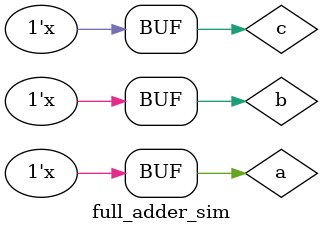
<source format=v>
`timescale 1ns / 1ps


module full_adder_sim();
    reg a;
    reg b;
    reg c;
    wire s;
    wire cn;
    full_adder test(a,b,c,s,cn);
    initial begin
    a = 0;
    b = 0;
    c = 0;
    end
    always #10 {a,b,c}={a,b,c}+1;
endmodule

</source>
